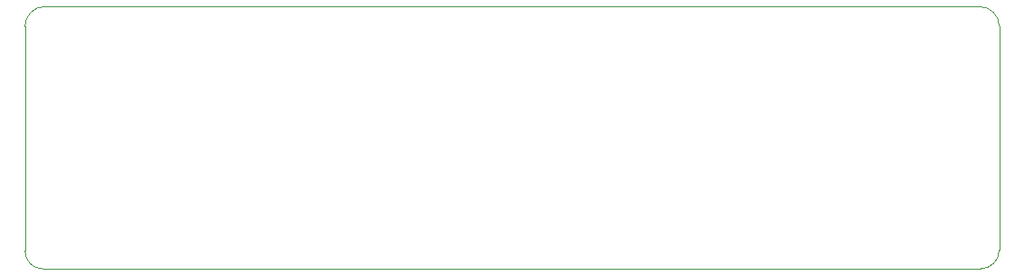
<source format=gko>
G04*
G04 #@! TF.GenerationSoftware,Altium Limited,Altium Designer,20.0.11 (256)*
G04*
G04 Layer_Color=16711935*
%FSLAX25Y25*%
%MOIN*%
G70*
G01*
G75*
%ADD25C,0.00394*%
D25*
X9535Y-6382D02*
G03*
X16118Y-12965I6583J-0D01*
G01*
X16850Y83965D02*
G03*
X9535Y76650I-0J-7315D01*
G01*
X368890Y76709D02*
G03*
X361634Y83965I-7256J0D01*
G01*
X361957Y-12965D02*
G03*
X368890Y-6032I0J6933D01*
G01*
X9535Y-6382D02*
X9535Y76650D01*
X16850Y83965D02*
X361634D01*
X368890Y-6032D02*
X368890Y76709D01*
X16118Y-12965D02*
X361957Y-12965D01*
M02*

</source>
